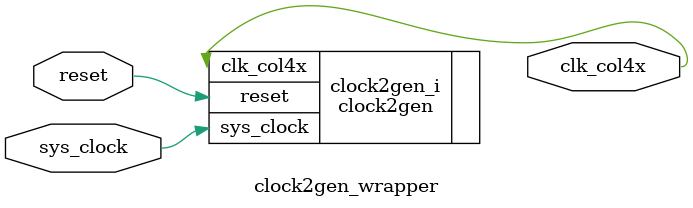
<source format=v>
`timescale 1 ps / 1 ps

module clock2gen_wrapper
   (clk_col4x,
    reset,
    sys_clock);
  output clk_col4x;
  input reset;
  input sys_clock;

  wire clk_col4x;
  wire reset;
  wire sys_clock;

  clock2gen clock2gen_i
       (.clk_col4x(clk_col4x),
        .reset(reset),
        .sys_clock(sys_clock));
endmodule

</source>
